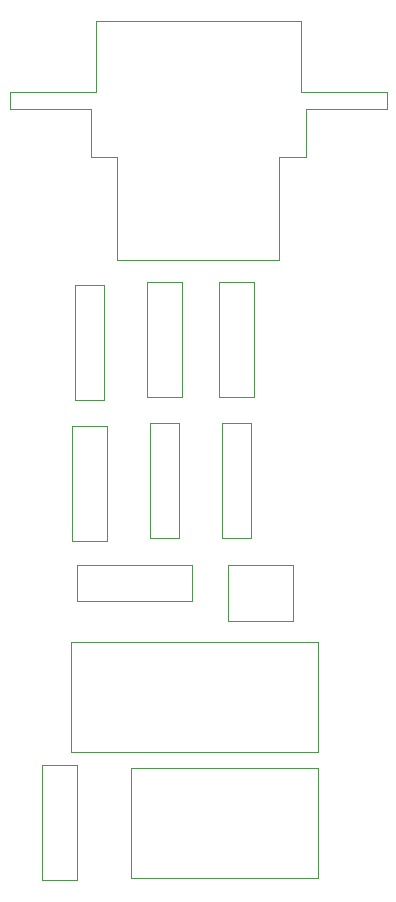
<source format=gbr>
G04 #@! TF.GenerationSoftware,KiCad,Pcbnew,5.1.4-3.fc30*
G04 #@! TF.CreationDate,2019-10-13T14:01:56+02:00*
G04 #@! TF.ProjectId,dasa-3,64617361-2d33-42e6-9b69-6361645f7063,1.0*
G04 #@! TF.SameCoordinates,PX6f2f610PY6a57250*
G04 #@! TF.FileFunction,Other,User*
%FSLAX46Y46*%
G04 Gerber Fmt 4.6, Leading zero omitted, Abs format (unit mm)*
G04 Created by KiCad (PCBNEW 5.1.4-3.fc30) date 2019-10-13 14:01:56*
%MOMM*%
%LPD*%
G04 APERTURE LIST*
%ADD10C,0.050000*%
G04 APERTURE END LIST*
D10*
X6882000Y74222000D02*
X24232000Y74222000D01*
X6882000Y68222000D02*
X6882000Y74222000D01*
X-418000Y68222000D02*
X6882000Y68222000D01*
X-418000Y66822000D02*
X-418000Y68222000D01*
X6482000Y66822000D02*
X-418000Y66822000D01*
X6482000Y62722000D02*
X6482000Y66822000D01*
X8682000Y62722000D02*
X6482000Y62722000D01*
X8682000Y54022000D02*
X8682000Y62722000D01*
X22382000Y54022000D02*
X8682000Y54022000D01*
X22382000Y62722000D02*
X22382000Y54022000D01*
X24632000Y62722000D02*
X22382000Y62722000D01*
X24632000Y66822000D02*
X24632000Y62722000D01*
X31482000Y66822000D02*
X24632000Y66822000D01*
X31482000Y68222000D02*
X31482000Y66822000D01*
X24232000Y68222000D02*
X31482000Y68222000D01*
X24232000Y74222000D02*
X24232000Y68222000D01*
X5100000Y51850000D02*
X5100000Y42130000D01*
X7600000Y51850000D02*
X5100000Y51850000D01*
X7600000Y42130000D02*
X7600000Y51850000D01*
X5100000Y42130000D02*
X7600000Y42130000D01*
X17546000Y30446000D02*
X20046000Y30446000D01*
X20046000Y30446000D02*
X20046000Y40166000D01*
X20046000Y40166000D02*
X17546000Y40166000D01*
X17546000Y40166000D02*
X17546000Y30446000D01*
X11450000Y30446000D02*
X13950000Y30446000D01*
X13950000Y30446000D02*
X13950000Y40166000D01*
X13950000Y40166000D02*
X11450000Y40166000D01*
X11450000Y40166000D02*
X11450000Y30446000D01*
X25670000Y12338000D02*
X4810000Y12338000D01*
X4810000Y12338000D02*
X4810000Y21698000D01*
X4810000Y21698000D02*
X25670000Y21698000D01*
X25670000Y21698000D02*
X25670000Y12338000D01*
X9890000Y11030000D02*
X25670000Y11030000D01*
X25670000Y11030000D02*
X25670000Y1670000D01*
X25670000Y1670000D02*
X9890000Y1670000D01*
X9890000Y1670000D02*
X9890000Y11030000D01*
X23558000Y23432000D02*
X18098000Y23432000D01*
X23558000Y23432000D02*
X23558000Y28172000D01*
X18098000Y28172000D02*
X18098000Y23432000D01*
X18098000Y28172000D02*
X23558000Y28172000D01*
X7850000Y39912000D02*
X4850000Y39912000D01*
X4850000Y39912000D02*
X4850000Y30192000D01*
X4850000Y30192000D02*
X7850000Y30192000D01*
X7850000Y30192000D02*
X7850000Y39912000D01*
X17296000Y52104000D02*
X17296000Y42384000D01*
X20296000Y52104000D02*
X17296000Y52104000D01*
X20296000Y42384000D02*
X20296000Y52104000D01*
X17296000Y42384000D02*
X20296000Y42384000D01*
X11200000Y52104000D02*
X11200000Y42384000D01*
X14200000Y52104000D02*
X11200000Y52104000D01*
X14200000Y42384000D02*
X14200000Y52104000D01*
X11200000Y42384000D02*
X14200000Y42384000D01*
X15020000Y25170000D02*
X15020000Y28170000D01*
X15020000Y28170000D02*
X5300000Y28170000D01*
X5300000Y28170000D02*
X5300000Y25170000D01*
X5300000Y25170000D02*
X15020000Y25170000D01*
X5310000Y11210000D02*
X2310000Y11210000D01*
X2310000Y11210000D02*
X2310000Y1490000D01*
X2310000Y1490000D02*
X5310000Y1490000D01*
X5310000Y1490000D02*
X5310000Y11210000D01*
M02*

</source>
